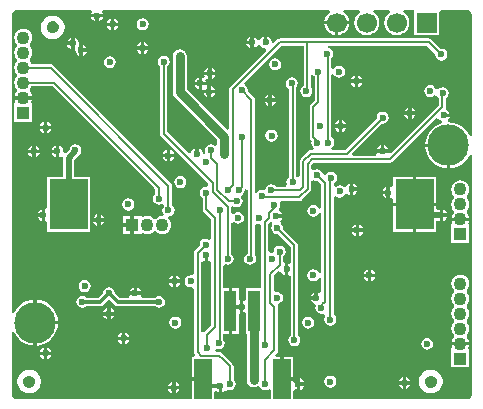
<source format=gbr>
%TF.GenerationSoftware,Altium Limited,Altium Designer,20.1.14 (287)*%
G04 Layer_Physical_Order=4*
G04 Layer_Color=16711680*
%FSLAX45Y45*%
%MOMM*%
%TF.SameCoordinates,D919A4BC-3EF6-4BA5-801F-EB9C9E4D33F9*%
%TF.FilePolarity,Positive*%
%TF.FileFunction,Copper,L4,Bot,Signal*%
%TF.Part,Single*%
G01*
G75*
%TA.AperFunction,Conductor*%
%ADD10C,0.20000*%
%ADD40C,0.30000*%
%ADD41C,0.50000*%
%ADD43C,0.75000*%
%TA.AperFunction,ComponentPad*%
%ADD45C,3.50000*%
%ADD46R,1.10000X1.10000*%
%ADD47C,1.10000*%
%ADD48C,1.70000*%
%ADD49R,1.70000X1.70000*%
%ADD50R,1.10000X1.10000*%
%TA.AperFunction,ViaPad*%
%ADD51C,0.60000*%
%TA.AperFunction,SMDPad,CuDef*%
%ADD57R,3.20000X4.20000*%
%ADD58R,1.50000X3.40000*%
%ADD59R,1.00000X3.50000*%
G36*
X725922Y3349022D02*
X726577Y3348330D01*
X734781Y3329022D01*
X727901Y3318725D01*
X727004Y3314216D01*
X822996D01*
X822099Y3318725D01*
X815219Y3329022D01*
X823423Y3348330D01*
X824078Y3349022D01*
X2743164Y3349021D01*
X2747679Y3339243D01*
X2748652Y3329022D01*
X2729484Y3314313D01*
X2712654Y3292379D01*
X2702074Y3266837D01*
X2700440Y3254427D01*
X2804371D01*
X2908302D01*
X2906668Y3266837D01*
X2896088Y3292379D01*
X2879258Y3314313D01*
X2860090Y3329022D01*
X2861063Y3339244D01*
X2865577Y3349021D01*
X2997164D01*
X3001679Y3339244D01*
X3002652Y3329022D01*
X2983484Y3314313D01*
X2966654Y3292379D01*
X2956074Y3266837D01*
X2952465Y3239427D01*
X2956074Y3212016D01*
X2966654Y3186474D01*
X2983484Y3164540D01*
X3005418Y3147709D01*
X3030960Y3137129D01*
X3058371Y3133521D01*
X3085781Y3137129D01*
X3111324Y3147709D01*
X3133258Y3164540D01*
X3150088Y3186474D01*
X3160668Y3212016D01*
X3164277Y3239427D01*
X3160668Y3266837D01*
X3150088Y3292379D01*
X3133258Y3314313D01*
X3114090Y3329022D01*
X3115063Y3339244D01*
X3119577Y3349021D01*
X3251164D01*
X3255678Y3339244D01*
X3256652Y3329022D01*
X3237484Y3314313D01*
X3220654Y3292379D01*
X3210074Y3266837D01*
X3206465Y3239427D01*
X3210074Y3212016D01*
X3220654Y3186474D01*
X3237484Y3164540D01*
X3259418Y3147709D01*
X3284960Y3137129D01*
X3312371Y3133521D01*
X3339781Y3137129D01*
X3365324Y3147709D01*
X3387258Y3164540D01*
X3404088Y3186474D01*
X3414668Y3212016D01*
X3418277Y3239427D01*
X3414668Y3266837D01*
X3404088Y3292379D01*
X3387258Y3314313D01*
X3368090Y3329022D01*
X3369063Y3339244D01*
X3373577Y3349021D01*
X3443274D01*
X3461371Y3344426D01*
X3461371Y3329022D01*
Y3134427D01*
X3671371D01*
Y3329022D01*
X3689467Y3349021D01*
X3904829D01*
X3914297Y3347138D01*
X3923220Y3343442D01*
X3931250Y3338077D01*
X3938077Y3331250D01*
X3943442Y3323220D01*
X3947138Y3314298D01*
X3949022Y3304828D01*
Y3300000D01*
Y2282186D01*
X3944375Y2280326D01*
X3929022Y2278738D01*
X3912921Y2308860D01*
X3888553Y2338553D01*
X3858860Y2362921D01*
X3824984Y2381028D01*
X3788227Y2392178D01*
X3750000Y2395943D01*
X3743225Y2415373D01*
X3747960Y2418537D01*
X3759011Y2435076D01*
X3759908Y2439585D01*
X3711912D01*
Y2469585D01*
X3759908D01*
X3759011Y2474094D01*
X3747960Y2490633D01*
X3737889Y2497362D01*
X3730412Y2508905D01*
X3728488Y2522659D01*
X3729175Y2526113D01*
Y2599360D01*
X3736048Y2603952D01*
X3747099Y2620491D01*
X3750980Y2640000D01*
X3747099Y2659509D01*
X3736048Y2676048D01*
X3719509Y2687099D01*
X3700000Y2690980D01*
X3680491Y2687099D01*
X3663952Y2676048D01*
X3643272Y2680336D01*
X3632221Y2696874D01*
X3615682Y2707925D01*
X3596173Y2711806D01*
X3576664Y2707925D01*
X3560125Y2696874D01*
X3549074Y2680336D01*
X3545193Y2660827D01*
X3549074Y2641318D01*
X3560125Y2624779D01*
X3576664Y2613728D01*
X3596173Y2609847D01*
X3615682Y2613728D01*
X3632221Y2624779D01*
X3652901Y2620491D01*
X3663952Y2603952D01*
X3668000Y2601247D01*
Y2538783D01*
X3261011Y2131794D01*
X3249280Y2138065D01*
X3145875D01*
X3146606Y2134387D01*
X3146694Y2133423D01*
X3135526Y2114387D01*
X2942194D01*
X2934540Y2132865D01*
X3187430Y2385755D01*
X3193871Y2384474D01*
X3213380Y2388355D01*
X3229919Y2399406D01*
X3240970Y2415945D01*
X3244850Y2435454D01*
X3240970Y2454963D01*
X3229919Y2471502D01*
X3213380Y2482553D01*
X3193871Y2486433D01*
X3174362Y2482553D01*
X3157823Y2471502D01*
X3146772Y2454963D01*
X3142891Y2435454D01*
X3144172Y2429013D01*
X2875747Y2160588D01*
X2763780D01*
X2757714Y2180588D01*
X2768912Y2188071D01*
X2779963Y2204610D01*
X2783844Y2224118D01*
X2779963Y2243627D01*
X2768912Y2260166D01*
X2756978Y2268140D01*
Y2796057D01*
X2775498Y2804680D01*
X2776978Y2804433D01*
X2787322Y2788952D01*
X2803861Y2777901D01*
X2823370Y2774020D01*
X2842879Y2777901D01*
X2859418Y2788952D01*
X2870469Y2805491D01*
X2874350Y2825000D01*
X2870469Y2844509D01*
X2859418Y2861048D01*
X2842879Y2872099D01*
X2823370Y2875980D01*
X2803861Y2872099D01*
X2787322Y2861048D01*
X2776978Y2845567D01*
X2775498Y2845320D01*
X2756978Y2853943D01*
Y2936233D01*
X2761048Y2938952D01*
X2772099Y2955491D01*
X2775979Y2975000D01*
X2772099Y2994509D01*
X2761048Y3011048D01*
X2744509Y3022099D01*
X2728318Y3025320D01*
X2730287Y3045320D01*
X3571423D01*
X3640302Y2976441D01*
X3639020Y2970000D01*
X3642901Y2950491D01*
X3653952Y2933952D01*
X3670491Y2922901D01*
X3690000Y2919020D01*
X3709509Y2922901D01*
X3726048Y2933952D01*
X3737099Y2950491D01*
X3740980Y2970000D01*
X3737099Y2989509D01*
X3726048Y3006048D01*
X3709509Y3017099D01*
X3690000Y3020979D01*
X3683559Y3019698D01*
X3605722Y3097536D01*
X3595798Y3104167D01*
X3584093Y3106495D01*
X3584091Y3106495D01*
X2323637D01*
X2323635Y3106495D01*
X2311930Y3104167D01*
X2302007Y3097536D01*
X2273684Y3069213D01*
X2266073Y3070544D01*
X2253277Y3077091D01*
X2250284Y3092136D01*
X2239233Y3108675D01*
X2222694Y3119726D01*
X2218185Y3120622D01*
Y3072627D01*
X2188185D01*
Y3120622D01*
X2183676Y3119726D01*
X2167137Y3108675D01*
X2156086Y3092136D01*
X2155881Y3091104D01*
X2135490D01*
X2135284Y3092136D01*
X2124233Y3108675D01*
X2107694Y3119726D01*
X2103185Y3120622D01*
Y3072627D01*
Y3024631D01*
X2107694Y3025528D01*
X2124233Y3036579D01*
X2135284Y3053118D01*
X2135490Y3054149D01*
X2155881D01*
X2156086Y3053118D01*
X2167137Y3036579D01*
X2183676Y3025528D01*
X2198721Y3022535D01*
X2205268Y3009738D01*
X2206599Y3002128D01*
X1901265Y2696795D01*
X1894635Y2686871D01*
X1892306Y2675166D01*
X1892306Y2675165D01*
Y2341735D01*
X1873829Y2334082D01*
X1533627Y2674284D01*
Y2955126D01*
X1529164Y2977562D01*
X1516455Y2996582D01*
X1497435Y3009290D01*
X1475000Y3013753D01*
X1452565Y3009290D01*
X1433545Y2996582D01*
X1420836Y2977562D01*
X1416374Y2955126D01*
Y2650000D01*
X1420836Y2627565D01*
X1433545Y2608545D01*
X1792764Y2249325D01*
Y2207029D01*
X1785036Y2201952D01*
X1772764Y2198242D01*
X1759509Y2207099D01*
X1740000Y2210980D01*
X1720491Y2207099D01*
X1703952Y2196048D01*
X1692901Y2179509D01*
X1689020Y2160000D01*
X1692901Y2140491D01*
X1685108Y2123286D01*
X1681994Y2124957D01*
X1670348Y2134038D01*
X1667099Y2150374D01*
X1656048Y2166913D01*
X1639509Y2177964D01*
X1635000Y2178861D01*
Y2130865D01*
X1605000D01*
Y2178861D01*
X1600491Y2177964D01*
X1583952Y2166913D01*
X1572901Y2150374D01*
X1570795Y2139785D01*
X1549871Y2132425D01*
X1370588Y2311708D01*
Y2870304D01*
X1376048Y2873952D01*
X1387099Y2890491D01*
X1390980Y2910000D01*
X1387099Y2929509D01*
X1376048Y2946048D01*
X1359509Y2957099D01*
X1340000Y2960980D01*
X1320491Y2957099D01*
X1303952Y2946048D01*
X1292901Y2929509D01*
X1289021Y2910000D01*
X1292901Y2890491D01*
X1303952Y2873952D01*
X1309412Y2870304D01*
Y2299039D01*
X1309412Y2299038D01*
X1311741Y2287333D01*
X1318371Y2277409D01*
X1564428Y2031353D01*
X1564505Y2030967D01*
X1571135Y2021044D01*
X1713172Y1879007D01*
X1712060Y1865036D01*
X1694752Y1850238D01*
X1675243Y1846357D01*
X1658704Y1835306D01*
X1647653Y1818767D01*
X1643773Y1799258D01*
X1647653Y1779749D01*
X1658704Y1763210D01*
X1669412Y1756055D01*
Y1660001D01*
X1669412Y1660000D01*
X1671741Y1648295D01*
X1678371Y1638371D01*
X1742819Y1573923D01*
Y1412467D01*
X1722819Y1402229D01*
X1714623Y1407706D01*
X1695114Y1411586D01*
X1675605Y1407706D01*
X1659066Y1396655D01*
X1648015Y1380116D01*
X1644134Y1360607D01*
X1646007Y1351191D01*
X1606572Y1311756D01*
X1599941Y1301832D01*
X1597613Y1290127D01*
X1597613Y1290125D01*
Y1112237D01*
X1577613Y1098968D01*
X1567500Y1100980D01*
X1547991Y1097099D01*
X1531452Y1086048D01*
X1520401Y1069509D01*
X1516520Y1050000D01*
X1520401Y1030491D01*
X1531452Y1013952D01*
X1547991Y1002901D01*
X1567500Y999020D01*
X1577613Y1001032D01*
X1597613Y987763D01*
Y451802D01*
X1597613Y451801D01*
X1599941Y440095D01*
X1605835Y431274D01*
X1603961Y422436D01*
X1599338Y411275D01*
X1577500D01*
Y236275D01*
X1672500D01*
Y206275D01*
X1577500D01*
Y50978D01*
X95172D01*
X85701Y52862D01*
X76780Y56557D01*
X68750Y61923D01*
X61923Y68750D01*
X56557Y76780D01*
X52862Y85701D01*
X50978Y95172D01*
Y617815D01*
X55627Y619675D01*
X70978Y621262D01*
X87079Y591140D01*
X111447Y561447D01*
X141140Y537079D01*
X175016Y518972D01*
X211773Y507822D01*
X235000Y505534D01*
Y700000D01*
Y894466D01*
X211773Y892179D01*
X175016Y881028D01*
X141140Y862921D01*
X111447Y838553D01*
X87079Y808860D01*
X70978Y778738D01*
X55627Y780325D01*
X50978Y782186D01*
Y3300000D01*
Y3304828D01*
X52862Y3314298D01*
X56557Y3323220D01*
X61923Y3331250D01*
X68750Y3338077D01*
X76780Y3343442D01*
X85702Y3347138D01*
X95172Y3349022D01*
X100001D01*
X725922D01*
D02*
G37*
G36*
X3670533Y2426516D02*
X3675864Y2418537D01*
X3692403Y2407486D01*
X3692968Y2407374D01*
X3693979Y2386781D01*
X3675016Y2381028D01*
X3641140Y2362921D01*
X3611447Y2338553D01*
X3587079Y2308860D01*
X3568972Y2274984D01*
X3557822Y2238227D01*
X3555534Y2215000D01*
X3750000D01*
Y2200000D01*
X3765000D01*
Y2005534D01*
X3788227Y2007821D01*
X3824984Y2018972D01*
X3858860Y2037079D01*
X3888553Y2061447D01*
X3912921Y2091140D01*
X3929022Y2121262D01*
X3944375Y2119674D01*
X3949022Y2117814D01*
X3949022Y100000D01*
Y95171D01*
X3947138Y85702D01*
X3943442Y76780D01*
X3938077Y68750D01*
X3931250Y61923D01*
X3923220Y56557D01*
X3914299Y52862D01*
X3904828Y50978D01*
X2437500D01*
Y124210D01*
X2457500Y134900D01*
X2460491Y132901D01*
X2465000Y132004D01*
Y180000D01*
Y227996D01*
X2460491Y227099D01*
X2457500Y225100D01*
X2437500Y235790D01*
Y411275D01*
X2357500D01*
Y221275D01*
X2327500D01*
Y411275D01*
X2293164D01*
X2285510Y429752D01*
X2299129Y443371D01*
X2305759Y453294D01*
X2308088Y465000D01*
X2308088Y465001D01*
Y832500D01*
X2306607Y839943D01*
X2309635Y850211D01*
X2317578Y862517D01*
X2319509Y862901D01*
X2336048Y873952D01*
X2347099Y890491D01*
X2350980Y910000D01*
X2347099Y929509D01*
X2336048Y946048D01*
X2319509Y957099D01*
X2300000Y960980D01*
X2290588Y959107D01*
X2270588Y972705D01*
Y1095111D01*
X2311419Y1135943D01*
X2332669Y1130546D01*
X2333438Y1129678D01*
X2343947Y1113950D01*
X2360486Y1102899D01*
X2364995Y1102002D01*
Y1149998D01*
Y1202904D01*
X2350583Y1212702D01*
Y1260301D01*
X2356043Y1263949D01*
X2367094Y1280488D01*
X2370975Y1299997D01*
X2367094Y1319506D01*
X2356043Y1336045D01*
X2339504Y1347096D01*
X2319995Y1350977D01*
X2300486Y1347096D01*
X2283947Y1336045D01*
X2272896Y1319506D01*
X2270659Y1308257D01*
X2255000Y1290980D01*
X2245588Y1289107D01*
X2225588Y1302705D01*
Y1538752D01*
X2239990Y1553155D01*
X2243539Y1555587D01*
X2251951Y1551346D01*
X2253102Y1549879D01*
X2258053Y1527219D01*
X2252901Y1519509D01*
X2249020Y1500000D01*
X2252901Y1480491D01*
X2263952Y1463952D01*
X2280491Y1452901D01*
X2300000Y1449020D01*
X2306441Y1450302D01*
X2415468Y1341274D01*
Y1208653D01*
X2395468Y1197900D01*
X2394995Y1197994D01*
Y1149998D01*
Y1102002D01*
X2395468Y1102096D01*
X2415468Y1091342D01*
Y592044D01*
X2410008Y588396D01*
X2398957Y571857D01*
X2395076Y552348D01*
X2398957Y532839D01*
X2410008Y516300D01*
X2426547Y505249D01*
X2446056Y501368D01*
X2465565Y505249D01*
X2482104Y516300D01*
X2493155Y532839D01*
X2497035Y552348D01*
X2493155Y571857D01*
X2482104Y588396D01*
X2476644Y592044D01*
Y1353944D01*
X2474315Y1365650D01*
X2467685Y1375573D01*
X2467684Y1375574D01*
X2349698Y1493559D01*
X2350980Y1500000D01*
X2347099Y1519509D01*
X2336048Y1536048D01*
X2329054Y1540722D01*
X2328205Y1564209D01*
X2328504Y1564408D01*
X2339555Y1580947D01*
X2340452Y1585456D01*
X2292456D01*
Y1615456D01*
X2340452D01*
X2339555Y1619965D01*
X2328504Y1636504D01*
X2322418Y1640571D01*
X2314657Y1655606D01*
X2318039Y1665719D01*
X2324237Y1674995D01*
X2328118Y1694504D01*
X2325152Y1709412D01*
X2336170Y1729412D01*
X2487143D01*
X2487144Y1729412D01*
X2498849Y1731741D01*
X2508773Y1738371D01*
X2581628Y1811227D01*
X2581629Y1811227D01*
X2588259Y1821151D01*
X2590588Y1832856D01*
X2590588Y1832857D01*
Y1898307D01*
X2610588Y1907733D01*
X2619764Y1901601D01*
X2639273Y1897721D01*
X2646717Y1899201D01*
X2674634Y1871285D01*
Y1667263D01*
X2654690Y1665009D01*
X2643639Y1681548D01*
X2627100Y1692599D01*
X2607591Y1696480D01*
X2588082Y1692599D01*
X2571543Y1681548D01*
X2560492Y1665009D01*
X2556612Y1645500D01*
X2560492Y1625991D01*
X2571543Y1609452D01*
X2588082Y1598401D01*
X2607591Y1594521D01*
X2627100Y1598401D01*
X2643639Y1609452D01*
X2654690Y1625991D01*
X2674634Y1623738D01*
Y1121303D01*
X2654634Y1119333D01*
X2654599Y1119509D01*
X2643548Y1136048D01*
X2627009Y1147099D01*
X2607500Y1150980D01*
X2587991Y1147099D01*
X2571452Y1136048D01*
X2560401Y1119509D01*
X2556520Y1100000D01*
X2560401Y1080491D01*
X2571452Y1063952D01*
X2587991Y1052901D01*
X2607500Y1049021D01*
X2627009Y1052901D01*
X2643548Y1063952D01*
X2654599Y1080491D01*
X2654634Y1080667D01*
X2674634Y1078697D01*
Y964365D01*
X2654634Y953674D01*
X2649509Y957099D01*
X2645000Y957996D01*
Y910000D01*
X2630000D01*
Y895000D01*
X2582004D01*
X2582901Y890491D01*
X2593952Y873952D01*
X2610491Y862901D01*
X2615474Y861910D01*
X2627768Y844695D01*
X2627153Y840747D01*
X2624020Y825000D01*
X2627901Y805491D01*
X2638952Y788952D01*
X2655491Y777901D01*
X2675000Y774020D01*
X2687247Y776456D01*
X2704898Y765883D01*
X2707690Y762654D01*
X2708871Y753444D01*
X2702901Y744509D01*
X2699021Y725000D01*
X2702901Y705491D01*
X2713952Y688952D01*
X2730491Y677901D01*
X2750000Y674020D01*
X2769509Y677901D01*
X2786048Y688952D01*
X2797099Y705491D01*
X2800980Y725000D01*
X2797099Y744509D01*
X2786048Y761048D01*
X2780588Y764696D01*
Y1760652D01*
X2780643Y1760707D01*
X2800588Y1769511D01*
X2810485Y1762897D01*
X2829994Y1759017D01*
X2849503Y1762897D01*
X2866042Y1773948D01*
X2874653Y1786836D01*
X2885656Y1790893D01*
X2897679Y1791462D01*
X2910491Y1782901D01*
X2915000Y1782004D01*
Y1830000D01*
Y1877996D01*
X2910491Y1877099D01*
X2893952Y1866048D01*
X2885341Y1853161D01*
X2874339Y1849104D01*
X2862315Y1848535D01*
X2849503Y1857095D01*
X2829994Y1860976D01*
X2810485Y1857095D01*
X2800588Y1850482D01*
X2780643Y1859286D01*
X2780588Y1859341D01*
Y1882312D01*
X2792522Y1890286D01*
X2803573Y1906825D01*
X2807453Y1926334D01*
X2803573Y1945843D01*
X2792522Y1962382D01*
X2775983Y1973433D01*
X2756474Y1977314D01*
X2736965Y1973433D01*
X2720426Y1962382D01*
X2711578Y1949140D01*
X2709026Y1948365D01*
X2688375Y1958139D01*
X2686372Y1968209D01*
X2675321Y1984748D01*
X2658782Y1995799D01*
X2639273Y1999680D01*
X2619764Y1995799D01*
X2610588Y1989668D01*
X2590588Y1999093D01*
Y2033630D01*
X2610170Y2053212D01*
X3256273D01*
X3256275Y2053212D01*
X3267980Y2055540D01*
X3277904Y2062171D01*
X3646776Y2431043D01*
X3670533Y2426516D01*
D02*
G37*
G36*
X2525203Y2705175D02*
X2511544Y2696048D01*
X2500493Y2679509D01*
X2496612Y2660000D01*
X2500493Y2640491D01*
X2511544Y2623952D01*
X2528083Y2612901D01*
X2547592Y2609020D01*
X2567101Y2612901D01*
X2583639Y2623952D01*
X2594691Y2640491D01*
X2598571Y2660000D01*
X2594691Y2679509D01*
X2586378Y2691949D01*
Y2794220D01*
X2606378Y2800287D01*
X2613952Y2788952D01*
X2619412Y2785304D01*
Y2581279D01*
X2584762Y2546629D01*
X2578131Y2536705D01*
X2575803Y2525000D01*
X2575803Y2524999D01*
Y2268611D01*
X2575803Y2268609D01*
X2578131Y2256904D01*
X2584762Y2246981D01*
X2591570Y2240172D01*
X2588294Y2223700D01*
X2592174Y2204191D01*
X2603225Y2187652D01*
X2613798Y2180588D01*
X2607731Y2160588D01*
X2583700D01*
X2571995Y2158259D01*
X2562072Y2151629D01*
X2562071Y2151628D01*
X2498371Y2087929D01*
X2491741Y2078005D01*
X2489412Y2066300D01*
X2489412Y2066298D01*
Y1940171D01*
X2469412Y1930575D01*
X2460583Y1937659D01*
Y2688641D01*
X2461048Y2688952D01*
X2472099Y2705491D01*
X2475980Y2725000D01*
X2472099Y2744509D01*
X2461048Y2761048D01*
X2444509Y2772099D01*
X2425000Y2775979D01*
X2405491Y2772099D01*
X2388952Y2761048D01*
X2377901Y2744509D01*
X2374020Y2725000D01*
X2377901Y2705491D01*
X2388952Y2688952D01*
X2399407Y2681966D01*
Y1929693D01*
X2393947Y1926044D01*
X2382896Y1909505D01*
X2379016Y1889996D01*
X2382896Y1870487D01*
X2372139Y1850588D01*
X2289696D01*
X2286048Y1856048D01*
X2269509Y1867099D01*
X2250000Y1870979D01*
X2230491Y1867099D01*
X2213952Y1856048D01*
X2202901Y1839509D01*
X2199960Y1824723D01*
X2195133Y1822724D01*
X2175624Y1826604D01*
X2156115Y1822724D01*
X2139576Y1811673D01*
X2130588Y1798221D01*
X2117173Y1799193D01*
X2110588Y1801548D01*
Y2585332D01*
X2110588Y2585333D01*
X2108259Y2597039D01*
X2101629Y2606962D01*
X2101628Y2606963D01*
X2049698Y2658893D01*
X2050980Y2665333D01*
X2047099Y2684842D01*
X2036048Y2701381D01*
X2026818Y2707548D01*
X2021802Y2730816D01*
X2336305Y3045320D01*
X2525203D01*
Y2705175D01*
D02*
G37*
G36*
X2049412Y1822793D02*
Y1286378D01*
X2033952Y1276048D01*
X2022901Y1259509D01*
X2019020Y1240000D01*
X2022901Y1220491D01*
X2033952Y1203952D01*
X2050491Y1192901D01*
X2070000Y1189020D01*
X2089509Y1192901D01*
X2106048Y1203952D01*
X2117099Y1220491D01*
X2120980Y1240000D01*
X2117099Y1259509D01*
X2110473Y1269425D01*
X2110588Y1270000D01*
X2110588Y1270001D01*
Y1526911D01*
X2130588Y1538162D01*
X2145000Y1535295D01*
X2148952Y1536081D01*
X2164412Y1523393D01*
Y991275D01*
X2037500D01*
Y895328D01*
X2021166Y884404D01*
X2017500Y883695D01*
X2015000Y884193D01*
Y836197D01*
Y788201D01*
X2017500Y788698D01*
X2021166Y787990D01*
X2037500Y777065D01*
Y601275D01*
X2041374D01*
Y210000D01*
X2045836Y187565D01*
X2058545Y168545D01*
X2077565Y155836D01*
X2100000Y151374D01*
X2122435Y155836D01*
X2132145Y162324D01*
X2150479Y160705D01*
X2155913Y155983D01*
X2163952Y143952D01*
X2180491Y132901D01*
X2200000Y129020D01*
X2219509Y132901D01*
X2227500Y138241D01*
X2247500Y127833D01*
Y50978D01*
X1767500D01*
Y112722D01*
X1774523Y117516D01*
X1787500Y121582D01*
X1800491Y112901D01*
X1805000Y112004D01*
Y160000D01*
X1835000D01*
Y112004D01*
X1839509Y112901D01*
X1856048Y123952D01*
X1856615Y124801D01*
X1880491Y132901D01*
X1900000Y129020D01*
X1919509Y132901D01*
X1936048Y143952D01*
X1947099Y160491D01*
X1950980Y180000D01*
X1947099Y199509D01*
X1936048Y216048D01*
X1930588Y219696D01*
Y329999D01*
X1930588Y330000D01*
X1928259Y341705D01*
X1921629Y351629D01*
X1921628Y351629D01*
X1863580Y409678D01*
X1863579Y409679D01*
X1830354Y442904D01*
X1820430Y449534D01*
X1808725Y451863D01*
X1808724Y451862D01*
X1783237D01*
X1771727Y467965D01*
X1785285Y476280D01*
X1804794Y472399D01*
X1824303Y476280D01*
X1840842Y487331D01*
X1851893Y503870D01*
X1855774Y523379D01*
X1851893Y542888D01*
X1845106Y553045D01*
X1845514Y555095D01*
Y601275D01*
X1889300D01*
Y796275D01*
Y991275D01*
X1845514D01*
Y1180685D01*
X1865514Y1191902D01*
X1880000Y1189020D01*
X1899509Y1192901D01*
X1916048Y1203952D01*
X1927099Y1220491D01*
X1930980Y1240000D01*
X1927099Y1259509D01*
X1916048Y1276048D01*
X1910588Y1279696D01*
Y1546545D01*
X1930588Y1552612D01*
X1932182Y1550227D01*
X1948721Y1539175D01*
X1968229Y1535295D01*
X1987738Y1539175D01*
X2004277Y1550227D01*
X2015328Y1566765D01*
X2019209Y1586274D01*
X2015328Y1605783D01*
X2004277Y1622322D01*
X1987738Y1633373D01*
X1968229Y1637254D01*
X1948721Y1633373D01*
X1932182Y1622322D01*
X1930588Y1619937D01*
X1910588Y1626004D01*
Y1675459D01*
X1921025Y1683722D01*
X1929629Y1686790D01*
X1937897Y1681266D01*
X1957406Y1677385D01*
X1976915Y1681266D01*
X1993453Y1692317D01*
X2004504Y1708856D01*
X2008385Y1728365D01*
X2004504Y1747874D01*
X1997649Y1758134D01*
X1995828Y1769598D01*
X2001888Y1782831D01*
X2011048Y1788952D01*
X2022099Y1805491D01*
X2025980Y1825000D01*
X2029412Y1829523D01*
X2049412Y1822793D01*
D02*
G37*
G36*
X1715000Y1222004D02*
X1719509Y1222901D01*
X1722819Y1225113D01*
X1742819Y1214423D01*
Y675093D01*
X1684155Y616429D01*
X1662140Y619416D01*
X1658788Y621862D01*
Y1213348D01*
X1678788Y1224038D01*
X1680491Y1222901D01*
X1685000Y1222004D01*
Y1270000D01*
X1715000D01*
Y1222004D01*
D02*
G37*
%LPC*%
G36*
X822996Y3284216D02*
X790000D01*
Y3251220D01*
X794509Y3252117D01*
X811048Y3263168D01*
X822099Y3279707D01*
X822996Y3284216D01*
D02*
G37*
G36*
X760000D02*
X727004D01*
X727901Y3279707D01*
X738952Y3263168D01*
X755491Y3252117D01*
X760000Y3251220D01*
Y3284216D01*
D02*
G37*
G36*
X922500Y3272996D02*
Y3240000D01*
X955496D01*
X954599Y3244509D01*
X943548Y3261048D01*
X927009Y3272099D01*
X922500Y3272996D01*
D02*
G37*
G36*
X892500D02*
X887991Y3272099D01*
X871452Y3261048D01*
X860401Y3244509D01*
X859504Y3240000D01*
X892500D01*
Y3272996D01*
D02*
G37*
G36*
X955496Y3210000D02*
X922500D01*
Y3177004D01*
X927009Y3177901D01*
X943548Y3188952D01*
X954599Y3205491D01*
X955496Y3210000D01*
D02*
G37*
G36*
X892500D02*
X859504D01*
X860401Y3205491D01*
X871452Y3188952D01*
X887991Y3177901D01*
X892500Y3177004D01*
Y3210000D01*
D02*
G37*
G36*
X1161895Y3275980D02*
X1142386Y3272099D01*
X1125847Y3261048D01*
X1114796Y3244509D01*
X1110915Y3225000D01*
X1114796Y3205491D01*
X1125847Y3188952D01*
X1142386Y3177901D01*
X1161895Y3174021D01*
X1181404Y3177901D01*
X1197943Y3188952D01*
X1208994Y3205491D01*
X1212875Y3225000D01*
X1208994Y3244509D01*
X1197943Y3261048D01*
X1181404Y3272099D01*
X1161895Y3275980D01*
D02*
G37*
G36*
X2908302Y3224427D02*
X2819371D01*
Y3135496D01*
X2831781Y3137129D01*
X2857324Y3147709D01*
X2879258Y3164540D01*
X2896088Y3186474D01*
X2906668Y3212016D01*
X2908302Y3224427D01*
D02*
G37*
G36*
X2789371D02*
X2700440D01*
X2702074Y3212016D01*
X2712654Y3186474D01*
X2729484Y3164540D01*
X2751418Y3147709D01*
X2776960Y3137129D01*
X2789371Y3135495D01*
Y3224427D01*
D02*
G37*
G36*
X409849Y3300000D02*
X390151D01*
X370831Y3296157D01*
X352632Y3288619D01*
X336254Y3277675D01*
X322325Y3263746D01*
X311381Y3247368D01*
X303843Y3229169D01*
X300000Y3209849D01*
Y3190151D01*
X303843Y3170831D01*
X311381Y3152632D01*
X322325Y3136254D01*
X336254Y3122325D01*
X352632Y3111381D01*
X370831Y3103843D01*
X390151Y3100000D01*
X409849D01*
X429169Y3103843D01*
X447368Y3111381D01*
X463746Y3122325D01*
X477675Y3136254D01*
X488619Y3152632D01*
X496157Y3170831D01*
X500000Y3190151D01*
Y3209849D01*
X496157Y3229169D01*
X488619Y3247368D01*
X477675Y3263746D01*
X463746Y3277675D01*
X447368Y3288619D01*
X429169Y3296157D01*
X409849Y3300000D01*
D02*
G37*
G36*
X2073185Y3120622D02*
X2068676Y3119726D01*
X2052137Y3108675D01*
X2041086Y3092136D01*
X2040189Y3087627D01*
X2073185D01*
Y3120622D01*
D02*
G37*
G36*
X555000Y3112996D02*
X550491Y3112099D01*
X533952Y3101048D01*
X522901Y3084509D01*
X522004Y3080000D01*
X555000D01*
Y3112996D01*
D02*
G37*
G36*
X1176895Y3072996D02*
Y3040000D01*
X1209891D01*
X1208994Y3044509D01*
X1197943Y3061048D01*
X1181404Y3072099D01*
X1176895Y3072996D01*
D02*
G37*
G36*
X1146895D02*
X1142386Y3072099D01*
X1125847Y3061048D01*
X1114796Y3044509D01*
X1113899Y3040000D01*
X1146895D01*
Y3072996D01*
D02*
G37*
G36*
X2073185Y3057627D02*
X2040189D01*
X2041086Y3053118D01*
X2052137Y3036579D01*
X2068676Y3025528D01*
X2073185Y3024631D01*
Y3057627D01*
D02*
G37*
G36*
X655000Y3054548D02*
Y3021552D01*
X687996D01*
X687099Y3026061D01*
X676048Y3042600D01*
X659509Y3053651D01*
X655000Y3054548D01*
D02*
G37*
G36*
X555000Y3050000D02*
X522004D01*
X522901Y3045491D01*
X533952Y3028952D01*
X550491Y3017901D01*
X555000Y3017004D01*
Y3050000D01*
D02*
G37*
G36*
X1209891Y3010000D02*
X1176895D01*
Y2977004D01*
X1181404Y2977901D01*
X1197943Y2988952D01*
X1208994Y3005491D01*
X1209891Y3010000D01*
D02*
G37*
G36*
X1146895D02*
X1113899D01*
X1114796Y3005491D01*
X1125847Y2988952D01*
X1142386Y2977901D01*
X1146895Y2977004D01*
Y3010000D01*
D02*
G37*
G36*
X687996Y2991552D02*
X655000D01*
Y2958556D01*
X659509Y2959453D01*
X676048Y2970504D01*
X687099Y2987043D01*
X687996Y2991552D01*
D02*
G37*
G36*
X585000Y3112996D02*
Y3065000D01*
Y3008146D01*
X589020Y3006552D01*
X592901Y2987043D01*
X603952Y2970504D01*
X620491Y2959453D01*
X625000Y2958556D01*
Y3006552D01*
Y3063407D01*
X620979Y3065000D01*
X617099Y3084509D01*
X606048Y3101048D01*
X589509Y3112099D01*
X585000Y3112996D01*
D02*
G37*
G36*
X884216Y2955981D02*
X864707Y2952100D01*
X848168Y2941049D01*
X837117Y2924510D01*
X833236Y2905001D01*
X837117Y2885492D01*
X848168Y2868953D01*
X864707Y2857902D01*
X884216Y2854021D01*
X903725Y2857902D01*
X920264Y2868953D01*
X931315Y2885492D01*
X935195Y2905001D01*
X931315Y2924510D01*
X920264Y2941049D01*
X903725Y2952100D01*
X884216Y2955981D01*
D02*
G37*
G36*
X1745000Y2857996D02*
Y2825000D01*
X1777996D01*
X1777099Y2829509D01*
X1766048Y2846048D01*
X1749509Y2857099D01*
X1745000Y2857996D01*
D02*
G37*
G36*
X1715000D02*
X1710491Y2857099D01*
X1693952Y2846048D01*
X1682901Y2829509D01*
X1682004Y2825000D01*
X1715000D01*
Y2857996D01*
D02*
G37*
G36*
Y2795000D02*
X1682004D01*
X1682901Y2790491D01*
X1686869Y2784553D01*
X1672449Y2770134D01*
X1669509Y2772099D01*
X1665000Y2772996D01*
Y2740000D01*
X1697996D01*
X1697099Y2744509D01*
X1693131Y2750446D01*
X1707551Y2764866D01*
X1710491Y2762901D01*
X1715000Y2762004D01*
Y2795000D01*
D02*
G37*
G36*
X1777996D02*
X1745000D01*
Y2762004D01*
X1749509Y2762901D01*
X1766048Y2773952D01*
X1777099Y2790491D01*
X1777996Y2795000D01*
D02*
G37*
G36*
X2987370Y2791322D02*
Y2758326D01*
X3020366D01*
X3019469Y2762835D01*
X3008418Y2779374D01*
X2991879Y2790425D01*
X2987370Y2791322D01*
D02*
G37*
G36*
X2957370D02*
X2952861Y2790425D01*
X2936322Y2779374D01*
X2925271Y2762835D01*
X2924374Y2758326D01*
X2957370D01*
Y2791322D01*
D02*
G37*
G36*
X1635000Y2772996D02*
X1630491Y2772099D01*
X1613952Y2761048D01*
X1602901Y2744509D01*
X1602004Y2740000D01*
X1635000D01*
Y2772996D01*
D02*
G37*
G36*
X3020366Y2728327D02*
X2987370D01*
Y2695331D01*
X2991879Y2696228D01*
X3008418Y2707279D01*
X3019469Y2723818D01*
X3020366Y2728327D01*
D02*
G37*
G36*
X2957370D02*
X2924374D01*
X2925271Y2723818D01*
X2936322Y2707279D01*
X2952861Y2696228D01*
X2957370Y2695331D01*
Y2728327D01*
D02*
G37*
G36*
X1635000Y2710000D02*
X1602004D01*
X1602901Y2705491D01*
X1613952Y2688952D01*
X1630491Y2677901D01*
X1635000Y2677004D01*
Y2710000D01*
D02*
G37*
G36*
X1740000Y2702996D02*
Y2670000D01*
X1772996D01*
X1772099Y2674509D01*
X1761048Y2691048D01*
X1744509Y2702099D01*
X1740000Y2702996D01*
D02*
G37*
G36*
X1710000Y2710000D02*
X1665000D01*
Y2670000D01*
X1710000D01*
Y2710000D01*
D02*
G37*
G36*
X1772996Y2640000D02*
X1740000D01*
Y2607004D01*
X1744509Y2607901D01*
X1761048Y2618952D01*
X1772099Y2635491D01*
X1772996Y2640000D01*
D02*
G37*
G36*
X1710000D02*
X1677004D01*
X1677901Y2635491D01*
X1688952Y2618952D01*
X1705491Y2607901D01*
X1710000Y2607004D01*
Y2640000D01*
D02*
G37*
G36*
X223672Y2588701D02*
X150000D01*
X76328D01*
X76931Y2584122D01*
X82076Y2571700D01*
X75000Y2551700D01*
X75000D01*
Y2401701D01*
X225000D01*
Y2551700D01*
X225000D01*
X217924Y2571700D01*
X223069Y2584122D01*
X223672Y2588701D01*
D02*
G37*
G36*
X3438871Y2523122D02*
Y2490126D01*
X3471867D01*
X3470970Y2494635D01*
X3459919Y2511174D01*
X3443380Y2522225D01*
X3438871Y2523122D01*
D02*
G37*
G36*
X3408871D02*
X3404362Y2522225D01*
X3387823Y2511174D01*
X3376772Y2494635D01*
X3375875Y2490126D01*
X3408871D01*
Y2523122D01*
D02*
G37*
G36*
X3471867Y2460126D02*
X3438871D01*
Y2427131D01*
X3443380Y2428027D01*
X3459919Y2439078D01*
X3470970Y2455617D01*
X3471867Y2460126D01*
D02*
G37*
G36*
X3408871D02*
X3375875D01*
X3376772Y2455617D01*
X3387823Y2439078D01*
X3404362Y2428027D01*
X3408871Y2427131D01*
Y2460126D01*
D02*
G37*
G36*
X2851721Y2412172D02*
Y2379177D01*
X2884717D01*
X2883820Y2383686D01*
X2872769Y2400225D01*
X2856230Y2411276D01*
X2851721Y2412172D01*
D02*
G37*
G36*
X2821721D02*
X2817212Y2411276D01*
X2800673Y2400225D01*
X2789622Y2383686D01*
X2788725Y2379177D01*
X2821721D01*
Y2412172D01*
D02*
G37*
G36*
X355000Y2397996D02*
Y2365000D01*
X387996D01*
X387099Y2369509D01*
X376048Y2386048D01*
X359509Y2397099D01*
X355000Y2397996D01*
D02*
G37*
G36*
X325000D02*
X320491Y2397099D01*
X303952Y2386048D01*
X292901Y2369509D01*
X292004Y2365000D01*
X325000D01*
Y2397996D01*
D02*
G37*
G36*
X2884717Y2349177D02*
X2851721D01*
Y2316181D01*
X2856230Y2317078D01*
X2872769Y2328129D01*
X2883820Y2344668D01*
X2884717Y2349177D01*
D02*
G37*
G36*
X2821721D02*
X2788725D01*
X2789622Y2344668D01*
X2800673Y2328129D01*
X2817212Y2317078D01*
X2821721Y2316181D01*
Y2349177D01*
D02*
G37*
G36*
X387996Y2335000D02*
X355000D01*
Y2302004D01*
X359509Y2302901D01*
X376048Y2313952D01*
X387099Y2330491D01*
X387996Y2335000D01*
D02*
G37*
G36*
X325000D02*
X292004D01*
X292901Y2330491D01*
X303952Y2313952D01*
X320491Y2302901D01*
X325000Y2302004D01*
Y2335000D01*
D02*
G37*
G36*
X3208871Y2201060D02*
Y2168064D01*
X3241867D01*
X3240970Y2172574D01*
X3229919Y2189112D01*
X3213380Y2200163D01*
X3208871Y2201060D01*
D02*
G37*
G36*
X3178871D02*
X3174362Y2200163D01*
X3157823Y2189112D01*
X3146772Y2172574D01*
X3145875Y2168064D01*
X3178871D01*
Y2201060D01*
D02*
G37*
G36*
X425000Y2197996D02*
X420491Y2197099D01*
X403952Y2186048D01*
X392901Y2169509D01*
X392004Y2165000D01*
X425000D01*
Y2197996D01*
D02*
G37*
G36*
X255000D02*
Y2165000D01*
X287996D01*
X287099Y2169509D01*
X276048Y2186048D01*
X259509Y2197099D01*
X255000Y2197996D01*
D02*
G37*
G36*
X225000D02*
X220491Y2197099D01*
X203952Y2186048D01*
X192901Y2169509D01*
X192004Y2165000D01*
X225000D01*
Y2197996D01*
D02*
G37*
G36*
X592500Y2208480D02*
X572991Y2204599D01*
X556452Y2193548D01*
X545401Y2177009D01*
X544471Y2172333D01*
X508698Y2136560D01*
X490266Y2146412D01*
X490980Y2150000D01*
X487099Y2169509D01*
X476048Y2186048D01*
X459509Y2197099D01*
X455000Y2197996D01*
Y2150000D01*
Y2102004D01*
X459509Y2102901D01*
X470226Y2110062D01*
X488476Y2099293D01*
X487989Y2096846D01*
Y1930000D01*
X353871D01*
Y1669722D01*
X334999Y1658866D01*
Y1609997D01*
Y1561127D01*
X353871Y1550272D01*
Y1470000D01*
X713871D01*
Y1930000D01*
X579752D01*
Y2077842D01*
X612922Y2111011D01*
X628548Y2121452D01*
X639599Y2137991D01*
X643480Y2157500D01*
X639599Y2177009D01*
X628548Y2193548D01*
X612009Y2204599D01*
X592500Y2208480D01*
D02*
G37*
G36*
X1395000Y2161795D02*
Y2128799D01*
X1427996D01*
X1427099Y2133308D01*
X1416048Y2149847D01*
X1399509Y2160898D01*
X1395000Y2161795D01*
D02*
G37*
G36*
X1365000D02*
X1360491Y2160898D01*
X1343952Y2149847D01*
X1332901Y2133308D01*
X1332004Y2128799D01*
X1365000D01*
Y2161795D01*
D02*
G37*
G36*
X425000Y2135000D02*
X392004D01*
X392901Y2130491D01*
X403952Y2113952D01*
X420491Y2102901D01*
X425000Y2102004D01*
Y2135000D01*
D02*
G37*
G36*
X287996D02*
X255000D01*
Y2102004D01*
X259509Y2102901D01*
X276048Y2113952D01*
X287099Y2130491D01*
X287996Y2135000D01*
D02*
G37*
G36*
X225000D02*
X192004D01*
X192901Y2130491D01*
X203952Y2113952D01*
X220491Y2102901D01*
X225000Y2102004D01*
Y2135000D01*
D02*
G37*
G36*
X1427996Y2098799D02*
X1395000D01*
Y2065804D01*
X1399509Y2066700D01*
X1416048Y2077751D01*
X1427099Y2094290D01*
X1427996Y2098799D01*
D02*
G37*
G36*
X1365000D02*
X1332004D01*
X1332901Y2094290D01*
X1343952Y2077751D01*
X1360491Y2066700D01*
X1365000Y2065804D01*
Y2098799D01*
D02*
G37*
G36*
X1480000Y1940980D02*
X1460491Y1937099D01*
X1443952Y1926048D01*
X1432901Y1909509D01*
X1429020Y1890000D01*
X1432901Y1870491D01*
X1443952Y1853952D01*
X1460491Y1842901D01*
X1480000Y1839020D01*
X1499509Y1842901D01*
X1516048Y1853952D01*
X1527099Y1870491D01*
X1530979Y1890000D01*
X1527099Y1909509D01*
X1516048Y1926048D01*
X1499509Y1937099D01*
X1480000Y1940980D01*
D02*
G37*
G36*
X1039641Y1750979D02*
X1020132Y1747099D01*
X1003593Y1736048D01*
X992542Y1719509D01*
X988661Y1700000D01*
X992542Y1680491D01*
X1003593Y1663952D01*
X1020132Y1652901D01*
X1039641Y1649020D01*
X1059150Y1652901D01*
X1075689Y1663952D01*
X1086740Y1680491D01*
X1090620Y1700000D01*
X1086740Y1719509D01*
X1075689Y1736048D01*
X1059150Y1747099D01*
X1039641Y1750979D01*
D02*
G37*
G36*
X304999Y1657993D02*
X300490Y1657096D01*
X283951Y1646045D01*
X272900Y1629506D01*
X272004Y1624997D01*
X304999D01*
Y1657993D01*
D02*
G37*
G36*
X150000Y3187348D02*
X130421Y3184770D01*
X112176Y3177213D01*
X96509Y3165191D01*
X84488Y3149524D01*
X76931Y3131279D01*
X74353Y3111701D01*
X76931Y3092122D01*
X84488Y3073877D01*
X96509Y3058210D01*
X96522Y3058201D01*
Y3038201D01*
X96509Y3038191D01*
X84488Y3022524D01*
X76931Y3004279D01*
X74353Y2984701D01*
X76931Y2965122D01*
X84488Y2946877D01*
X96509Y2931210D01*
X96522Y2931201D01*
Y2911201D01*
X96509Y2911191D01*
X84488Y2895524D01*
X76931Y2877279D01*
X74353Y2857701D01*
X76931Y2838122D01*
X84488Y2819877D01*
X96509Y2804210D01*
X96522Y2804201D01*
Y2784201D01*
X96509Y2784191D01*
X84488Y2768524D01*
X76931Y2750279D01*
X74353Y2730701D01*
X76931Y2711122D01*
X84488Y2692877D01*
X96509Y2677210D01*
X96522Y2677201D01*
Y2657201D01*
X96509Y2657191D01*
X84488Y2641524D01*
X76931Y2623279D01*
X76328Y2618701D01*
X150000D01*
X223672D01*
X223069Y2623279D01*
X215512Y2641524D01*
X203491Y2657191D01*
X203478Y2657201D01*
Y2677201D01*
X203491Y2677210D01*
X215512Y2692877D01*
X218509Y2700113D01*
X399938D01*
X1269412Y1830639D01*
Y1789696D01*
X1263952Y1786048D01*
X1252901Y1769509D01*
X1249020Y1750000D01*
X1252901Y1730491D01*
X1263952Y1713952D01*
X1280491Y1702901D01*
X1300000Y1699020D01*
X1319509Y1702901D01*
X1328150Y1701124D01*
X1340500Y1692873D01*
X1341527Y1682419D01*
X1332901Y1669509D01*
X1329020Y1650000D01*
X1332901Y1630491D01*
X1339622Y1620432D01*
X1329115Y1601643D01*
X1327000Y1601921D01*
X1307421Y1599344D01*
X1289176Y1591787D01*
X1273509Y1579765D01*
X1273500Y1579753D01*
X1253500D01*
X1253491Y1579765D01*
X1237824Y1591787D01*
X1219579Y1599344D01*
X1200000Y1601921D01*
X1180421Y1599344D01*
X1168000Y1594199D01*
X1147999Y1601274D01*
Y1601274D01*
X1088000D01*
Y1526274D01*
Y1451274D01*
X1147999D01*
Y1451274D01*
X1168000Y1458350D01*
X1180421Y1453205D01*
X1200000Y1450627D01*
X1219579Y1453205D01*
X1237824Y1460762D01*
X1253491Y1472784D01*
X1253500Y1472796D01*
X1273500D01*
X1273509Y1472784D01*
X1289176Y1460762D01*
X1307421Y1453205D01*
X1327000Y1450627D01*
X1346579Y1453205D01*
X1364824Y1460762D01*
X1380491Y1472784D01*
X1392512Y1488451D01*
X1400069Y1506695D01*
X1402647Y1526274D01*
X1400069Y1545853D01*
X1392512Y1564098D01*
X1380491Y1579765D01*
X1379959Y1580173D01*
X1379959Y1580283D01*
X1386551Y1600324D01*
X1399509Y1602901D01*
X1416048Y1613952D01*
X1427099Y1630491D01*
X1430980Y1650000D01*
X1427099Y1669509D01*
X1416048Y1686048D01*
X1410588Y1689696D01*
Y1860000D01*
X1408259Y1871705D01*
X1401629Y1881629D01*
X1401628Y1881629D01*
X403928Y2879330D01*
X394005Y2885960D01*
X382299Y2888289D01*
X382298Y2888288D01*
X218509D01*
X215512Y2895524D01*
X203491Y2911191D01*
X203478Y2911201D01*
Y2931201D01*
X203491Y2931210D01*
X215512Y2946877D01*
X223069Y2965122D01*
X225647Y2984701D01*
X223069Y3004279D01*
X215512Y3022524D01*
X203491Y3038191D01*
X203478Y3038201D01*
Y3058201D01*
X203491Y3058210D01*
X215512Y3073877D01*
X223069Y3092122D01*
X225647Y3111701D01*
X223069Y3131279D01*
X215512Y3149524D01*
X203491Y3165191D01*
X187824Y3177213D01*
X169579Y3184770D01*
X150000Y3187348D01*
D02*
G37*
G36*
X805000Y1617996D02*
Y1585000D01*
X837996D01*
X837099Y1589509D01*
X826048Y1606048D01*
X809509Y1617099D01*
X805000Y1617996D01*
D02*
G37*
G36*
X775000D02*
X770491Y1617099D01*
X753952Y1606048D01*
X742901Y1589509D01*
X742004Y1585000D01*
X775000D01*
Y1617996D01*
D02*
G37*
G36*
X304999Y1594997D02*
X272004D01*
X272900Y1590488D01*
X283951Y1573949D01*
X300490Y1562898D01*
X304999Y1562001D01*
Y1594997D01*
D02*
G37*
G36*
X1058000Y1601274D02*
X998000D01*
Y1541274D01*
X1058000D01*
Y1601274D01*
D02*
G37*
G36*
X837996Y1555000D02*
X805000D01*
Y1522004D01*
X809509Y1522901D01*
X826048Y1533952D01*
X837099Y1550491D01*
X837996Y1555000D01*
D02*
G37*
G36*
X775000D02*
X742004D01*
X742901Y1550491D01*
X753952Y1533952D01*
X770491Y1522901D01*
X775000Y1522004D01*
Y1555000D01*
D02*
G37*
G36*
X1058000Y1511274D02*
X998000D01*
Y1451274D01*
X1058000D01*
Y1511274D01*
D02*
G37*
G36*
X1447500Y1097996D02*
Y1065000D01*
X1480496D01*
X1479599Y1069509D01*
X1468548Y1086048D01*
X1452009Y1097099D01*
X1447500Y1097996D01*
D02*
G37*
G36*
X1417500D02*
X1412991Y1097099D01*
X1396452Y1086048D01*
X1385401Y1069509D01*
X1384504Y1065000D01*
X1417500D01*
Y1097996D01*
D02*
G37*
G36*
X1480496Y1035000D02*
X1447500D01*
Y1002004D01*
X1452009Y1002901D01*
X1468548Y1013952D01*
X1479599Y1030491D01*
X1480496Y1035000D01*
D02*
G37*
G36*
X1417500D02*
X1384504D01*
X1385401Y1030491D01*
X1396452Y1013952D01*
X1412991Y1002901D01*
X1417500Y1002004D01*
Y1035000D01*
D02*
G37*
G36*
X1115000Y997996D02*
Y965000D01*
X1147996D01*
X1147099Y969509D01*
X1136048Y986048D01*
X1119509Y997099D01*
X1115000Y997996D01*
D02*
G37*
G36*
X1085000D02*
X1080491Y997099D01*
X1063952Y986048D01*
X1052901Y969509D01*
X1052004Y965000D01*
X1085000D01*
Y997996D01*
D02*
G37*
G36*
X670000Y1060980D02*
X650491Y1057099D01*
X633952Y1046048D01*
X622901Y1029509D01*
X619020Y1010000D01*
X622901Y990491D01*
X633952Y973952D01*
X650491Y962901D01*
X670000Y959020D01*
X689509Y962901D01*
X706048Y973952D01*
X717099Y990491D01*
X720980Y1010000D01*
X717099Y1029509D01*
X706048Y1046048D01*
X689509Y1057099D01*
X670000Y1060980D01*
D02*
G37*
G36*
X875000Y1000979D02*
X855491Y997099D01*
X838952Y986048D01*
X827901Y969509D01*
X824020Y950000D01*
X824106Y949573D01*
X785219Y910686D01*
X686290D01*
X686048Y911048D01*
X669509Y922099D01*
X650000Y925980D01*
X630491Y922099D01*
X613952Y911048D01*
X602901Y894509D01*
X599020Y875000D01*
X602901Y855491D01*
X613952Y838952D01*
X630491Y827901D01*
X650000Y824020D01*
X669509Y827901D01*
X686048Y838952D01*
X686290Y839314D01*
X800000D01*
X813656Y842031D01*
X825234Y849766D01*
X874573Y899105D01*
X875000Y899020D01*
X875427Y899105D01*
X924766Y849766D01*
X936344Y842031D01*
X950000Y839314D01*
X1263710D01*
X1263952Y838952D01*
X1280491Y827901D01*
X1300000Y824020D01*
X1319509Y827901D01*
X1336048Y838952D01*
X1347099Y855491D01*
X1350980Y875000D01*
X1347099Y894509D01*
X1336048Y911048D01*
X1319509Y922099D01*
X1300000Y925980D01*
X1280491Y922099D01*
X1263952Y911048D01*
X1263710Y910686D01*
X1157919D01*
X1147099Y930491D01*
X1147996Y935000D01*
X1052004D01*
X1052901Y930491D01*
X1042080Y910686D01*
X964781D01*
X925895Y949573D01*
X925980Y950000D01*
X922099Y969509D01*
X911048Y986048D01*
X894509Y997099D01*
X875000Y1000979D01*
D02*
G37*
G36*
X890000Y822996D02*
Y790000D01*
X922996D01*
X922099Y794509D01*
X911048Y811048D01*
X894509Y822099D01*
X890000Y822996D01*
D02*
G37*
G36*
X860000D02*
X855491Y822099D01*
X838952Y811048D01*
X827901Y794509D01*
X827004Y790000D01*
X860000D01*
Y822996D01*
D02*
G37*
G36*
X922996Y760000D02*
X890000D01*
Y727004D01*
X894509Y727901D01*
X911048Y738952D01*
X922099Y755491D01*
X922996Y760000D01*
D02*
G37*
G36*
X860000D02*
X827004D01*
X827901Y755491D01*
X838952Y738952D01*
X855491Y727901D01*
X860000Y727004D01*
Y760000D01*
D02*
G37*
G36*
X265000Y894466D02*
Y715000D01*
X444466D01*
X442178Y738227D01*
X431028Y774984D01*
X412921Y808860D01*
X388553Y838553D01*
X358860Y862921D01*
X324984Y881028D01*
X288227Y892179D01*
X265000Y894466D01*
D02*
G37*
G36*
X1438500Y750979D02*
X1418991Y747099D01*
X1402452Y736048D01*
X1391401Y719509D01*
X1387520Y700000D01*
X1391401Y680491D01*
X1402452Y663952D01*
X1418991Y652901D01*
X1438500Y649020D01*
X1458009Y652901D01*
X1474548Y663952D01*
X1485599Y680491D01*
X1489480Y700000D01*
X1485599Y719509D01*
X1474548Y736048D01*
X1458009Y747099D01*
X1438500Y750979D01*
D02*
G37*
G36*
X1015000Y614196D02*
Y581200D01*
X1047996D01*
X1047099Y585709D01*
X1036048Y602248D01*
X1019509Y613299D01*
X1015000Y614196D01*
D02*
G37*
G36*
X985000D02*
X980491Y613299D01*
X963952Y602248D01*
X952901Y585709D01*
X952004Y581200D01*
X985000D01*
Y614196D01*
D02*
G37*
G36*
X1047996Y551200D02*
X1015000D01*
Y518204D01*
X1019509Y519101D01*
X1036048Y530152D01*
X1047099Y546691D01*
X1047996Y551200D01*
D02*
G37*
G36*
X985000D02*
X952004D01*
X952901Y546691D01*
X963952Y530152D01*
X980491Y519101D01*
X985000Y518204D01*
Y551200D01*
D02*
G37*
G36*
X444466Y685000D02*
X265000D01*
Y505534D01*
X288227Y507822D01*
X324984Y518972D01*
X358860Y537079D01*
X388553Y561447D01*
X412921Y591140D01*
X431028Y625016D01*
X442178Y661773D01*
X444466Y685000D01*
D02*
G37*
G36*
X355000Y487996D02*
Y455000D01*
X387996D01*
X387099Y459509D01*
X376048Y476048D01*
X359509Y487099D01*
X355000Y487996D01*
D02*
G37*
G36*
X325000D02*
X320491Y487099D01*
X303952Y476048D01*
X292901Y459509D01*
X292004Y455000D01*
X325000D01*
Y487996D01*
D02*
G37*
G36*
X387996Y425000D02*
X355000D01*
Y392004D01*
X359509Y392901D01*
X376048Y403952D01*
X387099Y420491D01*
X387996Y425000D01*
D02*
G37*
G36*
X325000D02*
X292004D01*
X292901Y420491D01*
X303952Y403952D01*
X320491Y392901D01*
X325000Y392004D01*
Y425000D01*
D02*
G37*
G36*
X1440000Y197996D02*
Y165000D01*
X1472996D01*
X1472099Y169509D01*
X1461048Y186048D01*
X1444509Y197099D01*
X1440000Y197996D01*
D02*
G37*
G36*
X1410000D02*
X1405491Y197099D01*
X1388952Y186048D01*
X1377901Y169509D01*
X1377004Y165000D01*
X1410000D01*
Y197996D01*
D02*
G37*
G36*
X1472996Y135000D02*
X1440000D01*
Y102004D01*
X1444509Y102901D01*
X1461048Y113952D01*
X1472099Y130491D01*
X1472996Y135000D01*
D02*
G37*
G36*
X1410000D02*
X1377004D01*
X1377901Y130491D01*
X1388952Y113952D01*
X1405491Y102901D01*
X1410000Y102004D01*
Y135000D01*
D02*
G37*
G36*
X209849Y300000D02*
X190151D01*
X170831Y296157D01*
X152632Y288619D01*
X136254Y277675D01*
X122325Y263746D01*
X111381Y247368D01*
X103843Y229169D01*
X100000Y209849D01*
Y190151D01*
X103843Y170831D01*
X111381Y152632D01*
X122325Y136254D01*
X136254Y122325D01*
X152632Y111381D01*
X170831Y103843D01*
X190151Y100000D01*
X209849D01*
X229169Y103843D01*
X247368Y111381D01*
X263746Y122325D01*
X277675Y136254D01*
X288619Y152632D01*
X296157Y170831D01*
X300000Y190151D01*
Y209849D01*
X296157Y229169D01*
X288619Y247368D01*
X277675Y263746D01*
X263746Y277675D01*
X247368Y288619D01*
X229169Y296157D01*
X209849Y300000D01*
D02*
G37*
%LPD*%
G36*
X428322Y3242388D02*
X442388Y3228322D01*
X450000Y3209945D01*
Y3200000D01*
Y3190054D01*
X442388Y3171677D01*
X428322Y3157612D01*
X409945Y3150000D01*
X390054D01*
X371677Y3157612D01*
X357612Y3171677D01*
X350000Y3190054D01*
Y3200000D01*
Y3209945D01*
X357612Y3228322D01*
X371677Y3242388D01*
X390054Y3250000D01*
X409945D01*
X428322Y3242388D01*
D02*
G37*
G36*
X228323Y242388D02*
X242388Y228323D01*
X250000Y209945D01*
Y200000D01*
Y190054D01*
X242388Y171677D01*
X228323Y157612D01*
X209945Y150000D01*
X190054D01*
X171677Y157612D01*
X157612Y171677D01*
X150000Y190054D01*
Y200000D01*
Y209945D01*
X157612Y228323D01*
X171677Y242388D01*
X190054Y250000D01*
X209945D01*
X228323Y242388D01*
D02*
G37*
%LPC*%
G36*
X3735000Y2185000D02*
X3555534D01*
X3557822Y2161773D01*
X3568972Y2125016D01*
X3587079Y2091140D01*
X3611447Y2061447D01*
X3641140Y2037079D01*
X3675016Y2018972D01*
X3711773Y2007821D01*
X3735000Y2005534D01*
Y2185000D01*
D02*
G37*
G36*
X2945000Y1877996D02*
Y1845000D01*
X2977996D01*
X2977099Y1849509D01*
X2966048Y1866048D01*
X2949509Y1877099D01*
X2945000Y1877996D01*
D02*
G37*
G36*
X3448871Y1930000D02*
X3283871D01*
Y1854875D01*
X3263871Y1844185D01*
X3259509Y1847099D01*
X3255000Y1847996D01*
Y1800000D01*
Y1752004D01*
X3259509Y1752901D01*
X3263871Y1755815D01*
X3283871Y1745125D01*
Y1715000D01*
X3448871D01*
Y1930000D01*
D02*
G37*
G36*
X3225000Y1847996D02*
X3220491Y1847099D01*
X3203952Y1836048D01*
X3192901Y1819509D01*
X3192004Y1815000D01*
X3225000D01*
Y1847996D01*
D02*
G37*
G36*
X2977996Y1815000D02*
X2945000D01*
Y1782004D01*
X2949509Y1782901D01*
X2966048Y1793952D01*
X2977099Y1810491D01*
X2977996Y1815000D01*
D02*
G37*
G36*
X3225000Y1785000D02*
X3192004D01*
X3192901Y1780491D01*
X3203952Y1763952D01*
X3220491Y1752901D01*
X3225000Y1752004D01*
Y1785000D01*
D02*
G37*
G36*
X3643871Y1930000D02*
X3478871D01*
Y1715000D01*
X3643871D01*
Y1930000D01*
D02*
G37*
G36*
X3705000Y1657996D02*
Y1625000D01*
X3737996D01*
X3737099Y1629509D01*
X3726048Y1646048D01*
X3709509Y1657099D01*
X3705000Y1657996D01*
D02*
G37*
G36*
X3850000Y1904472D02*
X3830421Y1901894D01*
X3812176Y1894337D01*
X3796509Y1882316D01*
X3784488Y1866648D01*
X3776930Y1848404D01*
X3774353Y1828825D01*
X3776930Y1809246D01*
X3784488Y1791001D01*
X3796509Y1775334D01*
X3796521Y1775325D01*
Y1755325D01*
X3796509Y1755316D01*
X3784488Y1739648D01*
X3776930Y1721404D01*
X3774353Y1701825D01*
X3776930Y1682246D01*
X3784488Y1664001D01*
X3796509Y1648334D01*
X3796521Y1648325D01*
Y1628325D01*
X3796509Y1628316D01*
X3784488Y1612648D01*
X3776930Y1594404D01*
X3776328Y1589825D01*
X3850000D01*
X3923672D01*
X3923069Y1594404D01*
X3915512Y1612648D01*
X3903491Y1628316D01*
X3903478Y1628325D01*
Y1648325D01*
X3903491Y1648334D01*
X3915512Y1664001D01*
X3923069Y1682246D01*
X3925647Y1701825D01*
X3923069Y1721404D01*
X3915512Y1739648D01*
X3903491Y1755316D01*
X3903478Y1755325D01*
Y1775325D01*
X3903491Y1775334D01*
X3915512Y1791001D01*
X3923069Y1809246D01*
X3925647Y1828825D01*
X3923069Y1848404D01*
X3915512Y1866648D01*
X3903491Y1882316D01*
X3887824Y1894337D01*
X3869579Y1901894D01*
X3850000Y1904472D01*
D02*
G37*
G36*
X3737996Y1595000D02*
X3705000D01*
Y1562004D01*
X3709509Y1562901D01*
X3726048Y1573952D01*
X3737099Y1590491D01*
X3737996Y1595000D01*
D02*
G37*
G36*
X3643871Y1685000D02*
X3478871D01*
Y1470000D01*
X3643871D01*
Y1556634D01*
X3663871Y1567325D01*
X3670491Y1562901D01*
X3675000Y1562004D01*
Y1610000D01*
Y1657996D01*
X3670491Y1657099D01*
X3663871Y1652676D01*
X3643871Y1663366D01*
Y1685000D01*
D02*
G37*
G36*
X3923672Y1559825D02*
X3850000D01*
X3776328D01*
X3776930Y1555246D01*
X3782075Y1542825D01*
X3775000Y1522824D01*
X3775000D01*
Y1372825D01*
X3925000D01*
Y1522824D01*
X3925000D01*
X3917924Y1542825D01*
X3923069Y1555246D01*
X3923672Y1559825D01*
D02*
G37*
G36*
X2995000Y1529996D02*
Y1497000D01*
X3027996D01*
X3027099Y1501509D01*
X3016048Y1518048D01*
X2999509Y1529099D01*
X2995000Y1529996D01*
D02*
G37*
G36*
X2965000D02*
X2960491Y1529099D01*
X2943952Y1518048D01*
X2932901Y1501509D01*
X2932004Y1497000D01*
X2965000D01*
Y1529996D01*
D02*
G37*
G36*
X3448871Y1685000D02*
X3283871D01*
Y1470000D01*
X3448871D01*
Y1685000D01*
D02*
G37*
G36*
X3027996Y1467000D02*
X2995000D01*
Y1434004D01*
X2999509Y1434901D01*
X3016048Y1445952D01*
X3027099Y1462491D01*
X3027996Y1467000D01*
D02*
G37*
G36*
X2965000D02*
X2932004D01*
X2932901Y1462491D01*
X2943952Y1445952D01*
X2960491Y1434901D01*
X2965000Y1434004D01*
Y1467000D01*
D02*
G37*
G36*
X3095000Y1147996D02*
Y1115000D01*
X3127996D01*
X3127099Y1119509D01*
X3116048Y1136048D01*
X3099509Y1147099D01*
X3095000Y1147996D01*
D02*
G37*
G36*
X3065000D02*
X3060491Y1147099D01*
X3043952Y1136048D01*
X3032901Y1119509D01*
X3032004Y1115000D01*
X3065000D01*
Y1147996D01*
D02*
G37*
G36*
X3127996Y1085000D02*
X3095000D01*
Y1052004D01*
X3099509Y1052901D01*
X3116048Y1063952D01*
X3127099Y1080491D01*
X3127996Y1085000D01*
D02*
G37*
G36*
X3065000D02*
X3032004D01*
X3032901Y1080491D01*
X3043952Y1063952D01*
X3060491Y1052901D01*
X3065000Y1052004D01*
Y1085000D01*
D02*
G37*
G36*
X2615000Y957996D02*
X2610491Y957099D01*
X2593952Y946048D01*
X2582901Y929509D01*
X2582004Y925000D01*
X2615000D01*
Y957996D01*
D02*
G37*
G36*
X2561771Y750979D02*
X2542262Y747099D01*
X2525723Y736048D01*
X2514672Y719509D01*
X2510791Y700000D01*
X2514672Y680491D01*
X2525723Y663952D01*
X2542262Y652901D01*
X2561771Y649020D01*
X2581280Y652901D01*
X2597819Y663952D01*
X2608870Y680491D01*
X2612750Y700000D01*
X2608870Y719509D01*
X2597819Y736048D01*
X2581280Y747099D01*
X2561771Y750979D01*
D02*
G37*
G36*
X3850000Y1106647D02*
X3830421Y1104069D01*
X3812177Y1096512D01*
X3796509Y1084491D01*
X3784488Y1068823D01*
X3776930Y1050579D01*
X3774353Y1031000D01*
X3776930Y1011421D01*
X3784488Y993177D01*
X3794003Y980776D01*
X3796521Y967900D01*
Y967100D01*
X3794003Y954224D01*
X3784488Y941823D01*
X3776930Y923579D01*
X3774353Y904000D01*
X3776930Y884421D01*
X3784488Y866177D01*
X3794003Y853776D01*
X3796521Y840900D01*
Y840100D01*
X3794003Y827224D01*
X3784488Y814823D01*
X3776930Y796579D01*
X3774353Y777000D01*
X3776930Y757421D01*
X3784488Y739177D01*
X3794003Y726776D01*
X3796521Y713900D01*
Y713100D01*
X3794003Y700224D01*
X3784488Y687823D01*
X3776930Y669579D01*
X3774353Y650000D01*
X3776930Y630421D01*
X3784488Y612177D01*
X3794003Y599776D01*
X3796521Y586900D01*
Y586100D01*
X3794003Y573224D01*
X3784488Y560823D01*
X3776930Y542579D01*
X3776328Y538000D01*
X3850000D01*
X3923672D01*
X3923069Y542579D01*
X3915512Y560823D01*
X3905997Y573224D01*
X3903478Y586100D01*
Y586900D01*
X3905997Y599776D01*
X3915512Y612177D01*
X3923069Y630421D01*
X3925647Y650000D01*
X3923069Y669579D01*
X3915512Y687823D01*
X3905997Y700224D01*
X3903478Y713100D01*
Y713900D01*
X3905997Y726776D01*
X3915512Y739177D01*
X3923069Y757421D01*
X3925647Y777000D01*
X3923069Y796579D01*
X3915512Y814823D01*
X3905997Y827224D01*
X3903478Y840100D01*
Y840900D01*
X3905997Y853776D01*
X3915512Y866177D01*
X3923069Y884421D01*
X3925647Y904000D01*
X3923069Y923579D01*
X3915512Y941823D01*
X3905997Y954224D01*
X3903478Y967100D01*
Y967900D01*
X3905997Y980776D01*
X3915512Y993177D01*
X3923069Y1011421D01*
X3925647Y1031000D01*
X3923069Y1050579D01*
X3915512Y1068823D01*
X3903491Y1084491D01*
X3887823Y1096512D01*
X3869579Y1104069D01*
X3850000Y1106647D01*
D02*
G37*
G36*
X3923672Y508001D02*
X3850000D01*
X3776327D01*
X3776930Y503421D01*
X3782075Y491000D01*
X3775000Y471000D01*
X3775000D01*
Y321000D01*
X3925000D01*
Y471000D01*
X3925000D01*
X3917924Y491000D01*
X3923069Y503421D01*
X3923672Y508001D01*
D02*
G37*
G36*
X3570000Y570980D02*
X3550491Y567099D01*
X3533952Y556048D01*
X3522901Y539509D01*
X3519020Y520000D01*
X3522901Y500491D01*
X3533952Y483952D01*
X3550491Y472901D01*
X3570000Y469020D01*
X3589509Y472901D01*
X3606048Y483952D01*
X3617099Y500491D01*
X3620980Y520000D01*
X3617099Y539509D01*
X3606048Y556048D01*
X3589509Y567099D01*
X3570000Y570980D01*
D02*
G37*
G36*
X3395000Y237996D02*
Y205000D01*
X3427996D01*
X3427099Y209509D01*
X3416048Y226048D01*
X3399509Y237099D01*
X3395000Y237996D01*
D02*
G37*
G36*
X3365000D02*
X3360491Y237099D01*
X3343952Y226048D01*
X3332901Y209509D01*
X3332004Y205000D01*
X3365000D01*
Y237996D01*
D02*
G37*
G36*
X2495000Y227996D02*
Y195000D01*
X2527996D01*
X2527099Y199509D01*
X2516048Y216048D01*
X2499509Y227099D01*
X2495000Y227996D01*
D02*
G37*
G36*
X2750000Y250980D02*
X2730491Y247099D01*
X2713952Y236048D01*
X2702901Y219509D01*
X2699021Y200000D01*
X2702901Y180491D01*
X2713952Y163952D01*
X2730491Y152901D01*
X2750000Y149021D01*
X2769509Y152901D01*
X2786048Y163952D01*
X2797099Y180491D01*
X2800980Y200000D01*
X2797099Y219509D01*
X2786048Y236048D01*
X2769509Y247099D01*
X2750000Y250980D01*
D02*
G37*
G36*
X3427996Y175000D02*
X3395000D01*
Y142004D01*
X3399509Y142901D01*
X3416048Y153952D01*
X3427099Y170491D01*
X3427996Y175000D01*
D02*
G37*
G36*
X3365000D02*
X3332004D01*
X3332901Y170491D01*
X3343952Y153952D01*
X3360491Y142901D01*
X3365000Y142004D01*
Y175000D01*
D02*
G37*
G36*
X2527996Y165000D02*
X2495000D01*
Y132004D01*
X2499509Y132901D01*
X2516048Y143952D01*
X2527099Y160491D01*
X2527996Y165000D01*
D02*
G37*
G36*
X3609849Y300000D02*
X3590151D01*
X3570831Y296157D01*
X3552632Y288619D01*
X3536254Y277675D01*
X3522325Y263746D01*
X3511381Y247368D01*
X3503843Y229169D01*
X3500000Y209849D01*
Y190150D01*
X3503843Y170831D01*
X3511381Y152632D01*
X3522325Y136253D01*
X3536254Y122325D01*
X3552632Y111381D01*
X3570831Y103843D01*
X3590151Y100000D01*
X3609849D01*
X3629169Y103843D01*
X3647368Y111381D01*
X3663746Y122325D01*
X3677675Y136253D01*
X3688619Y152632D01*
X3696157Y170831D01*
X3700000Y190150D01*
Y209849D01*
X3696157Y229169D01*
X3688619Y247368D01*
X3677675Y263746D01*
X3663746Y277675D01*
X3647368Y288619D01*
X3629169Y296157D01*
X3609849Y300000D01*
D02*
G37*
%LPD*%
G36*
X3628322Y242388D02*
X3642388Y228322D01*
X3650000Y209945D01*
Y200000D01*
Y190054D01*
X3642388Y171677D01*
X3628322Y157612D01*
X3609945Y150000D01*
X3590054D01*
X3571677Y157612D01*
X3557612Y171677D01*
X3550000Y190054D01*
Y200000D01*
Y209945D01*
X3557612Y228322D01*
X3571677Y242388D01*
X3590054Y250000D01*
X3609945D01*
X3628322Y242388D01*
D02*
G37*
%LPC*%
G36*
X2283185Y2937606D02*
X2263676Y2933725D01*
X2247137Y2922674D01*
X2236086Y2906135D01*
X2232206Y2886626D01*
X2236086Y2867117D01*
X2247137Y2850578D01*
X2263676Y2839527D01*
X2283185Y2835647D01*
X2302694Y2839527D01*
X2319233Y2850578D01*
X2330284Y2867117D01*
X2334165Y2886626D01*
X2330284Y2906135D01*
X2319233Y2922674D01*
X2302694Y2933725D01*
X2283185Y2937606D01*
D02*
G37*
G36*
X2255000Y2633122D02*
Y2600126D01*
X2287996D01*
X2287099Y2604635D01*
X2276048Y2621174D01*
X2259509Y2632225D01*
X2255000Y2633122D01*
D02*
G37*
G36*
X2225000D02*
X2220491Y2632225D01*
X2203952Y2621174D01*
X2192901Y2604635D01*
X2192004Y2600126D01*
X2225000D01*
Y2633122D01*
D02*
G37*
G36*
X2287996Y2570126D02*
X2255000D01*
Y2537131D01*
X2259509Y2538027D01*
X2276048Y2549078D01*
X2287099Y2565617D01*
X2287996Y2570126D01*
D02*
G37*
G36*
X2225000D02*
X2192004D01*
X2192901Y2565617D01*
X2203952Y2549078D01*
X2220491Y2538027D01*
X2225000Y2537131D01*
Y2570126D01*
D02*
G37*
G36*
X2252251Y2333106D02*
X2232742Y2329225D01*
X2216203Y2318174D01*
X2205152Y2301635D01*
X2201271Y2282127D01*
X2205152Y2262618D01*
X2216203Y2246079D01*
X2232742Y2235028D01*
X2252251Y2231147D01*
X2271760Y2235028D01*
X2288299Y2246079D01*
X2299350Y2262618D01*
X2303230Y2282127D01*
X2299350Y2301635D01*
X2288299Y2318174D01*
X2271760Y2329225D01*
X2252251Y2333106D01*
D02*
G37*
G36*
X1974300Y991275D02*
X1919300D01*
Y796275D01*
Y601275D01*
X1974300D01*
Y771012D01*
X1985000Y779218D01*
Y836197D01*
Y893175D01*
X1974300Y901382D01*
Y991275D01*
D02*
G37*
%LPD*%
D10*
X2200000Y387500D02*
X2277500Y465000D01*
X2200000Y180000D02*
Y387500D01*
X2277500Y465000D02*
Y832500D01*
X1658727Y421275D02*
X1808725D01*
X1841951Y388049D02*
X1841951D01*
X1808725Y421275D02*
X1841951Y388049D01*
X1900000Y180000D02*
Y330000D01*
X1841951Y388049D02*
X1900000Y330000D01*
X1628201Y451801D02*
Y1290127D01*
Y451801D02*
X1658727Y421275D01*
X2275032Y1692398D02*
X2277138Y1694504D01*
X2275032Y1667885D02*
Y1692398D01*
X2195000Y516972D02*
Y1551422D01*
X2232456Y1625309D02*
X2275032Y1667885D01*
X2195000Y1551422D02*
X2232456Y1588878D01*
Y1625309D01*
X2682654Y854369D02*
X2705222Y876937D01*
X2650000Y1939176D02*
X2705222Y1883954D01*
Y876937D02*
Y1883954D01*
X2750000Y725000D02*
Y1925825D01*
X3256275Y2083800D02*
X3698588Y2526113D01*
Y2638588D01*
X2597500Y2083800D02*
X3256275D01*
X3698588Y2638588D02*
X3700000Y2640000D01*
X2606391Y2268609D02*
X2650000Y2225000D01*
X2606391Y2525000D02*
X2650000Y2568609D01*
X2606391Y2268609D02*
Y2525000D01*
X2726391Y2223609D02*
Y2973609D01*
X2725000Y2975000D02*
X2726391Y2973609D01*
X2650000Y2568609D02*
Y2825000D01*
X2555790Y2668199D02*
Y3075907D01*
X2547592Y2660000D02*
X2555790Y2668199D01*
X1922894Y2675166D02*
X2323635Y3075907D01*
X1922894Y1867747D02*
Y2675166D01*
X2000000Y1850000D02*
Y2270148D01*
X1975000Y1825000D02*
X2000000Y1850000D01*
X1740000Y2096835D02*
Y2160000D01*
X1794162Y1824222D02*
Y2042673D01*
X1740000Y2096835D02*
X1794162Y2042673D01*
X1881618Y1821618D02*
Y1826471D01*
X1922894Y1867747D01*
X1754162Y1807653D02*
Y1881274D01*
X1754752Y1805248D02*
Y1807063D01*
X1694752Y1799258D02*
X1700000Y1794011D01*
X1754752Y1805248D02*
X1880000Y1680000D01*
X1700000Y1660000D02*
Y1794011D01*
X1754162Y1807653D02*
X1754752Y1807063D01*
X1794162Y1824222D02*
X1890019Y1728365D01*
X1957406D01*
X1592764Y2042673D02*
X1754162Y1881274D01*
X1773407Y662423D02*
Y1586593D01*
X1705783Y594800D02*
X1773407Y662423D01*
X1700000Y1660000D02*
X1773407Y1586593D01*
X1814926Y555095D02*
Y1654802D01*
X1815000Y1654876D01*
X1812447Y552616D02*
X1814926Y555095D01*
X1804794Y523379D02*
X1812447Y531032D01*
Y552616D01*
X1628201Y1290127D02*
X1695114Y1357040D01*
Y1360607D01*
X1705783Y483915D02*
Y594800D01*
X2191248Y1760000D02*
X2487144D01*
X2175624Y1775625D02*
X2191248Y1760000D01*
X2429995Y1889996D02*
Y2720005D01*
X2425000Y2725000D02*
X2429995Y2720005D01*
X2250000Y1820000D02*
X2490245D01*
X2520000Y1849754D01*
Y2066300D01*
X2682654Y832653D02*
Y854369D01*
X2675000Y825000D02*
X2682654Y832653D01*
X2650000Y1939176D02*
Y1950000D01*
X2240000Y1107781D02*
X2319995Y1187777D01*
X2240000Y870000D02*
Y1107781D01*
Y870000D02*
X2277500Y832500D01*
X2319995Y1187777D02*
Y1299997D01*
X2195000Y516972D02*
X2200000Y511972D01*
X2077653Y1247654D02*
Y1267654D01*
X2070000Y1240000D02*
X2077653Y1247654D01*
X1880000Y1240000D02*
Y1680000D01*
X1380000Y1650000D02*
Y1860000D01*
X2446056Y552348D02*
Y1353944D01*
X2300000Y1500000D02*
X2446056Y1353944D01*
X412608Y2730701D02*
X1300000Y1843309D01*
Y1750000D02*
Y1843309D01*
X150000Y2730701D02*
X412608D01*
X382299Y2857701D02*
X1380000Y1860000D01*
X150000Y2857701D02*
X382299D01*
X1592764Y2042673D02*
Y2046274D01*
X1340000Y2299038D02*
Y2910000D01*
Y2299038D02*
X1592764Y2046274D01*
X2077653Y1267654D02*
X2080000Y1270000D01*
X2000000Y2665333D02*
X2080000Y2585333D01*
Y1270000D02*
Y2585333D01*
X2560000Y2046300D02*
X2597500Y2083800D01*
X2560000Y1832856D02*
Y2046300D01*
X2487144Y1760000D02*
X2560000Y1832856D01*
X2583700Y2130000D02*
X2888417D01*
X3193871Y2435454D01*
X2520000Y2066300D02*
X2583700Y2130000D01*
X2555790Y3075907D02*
X3584093D01*
X2323635D02*
X2555790D01*
X3584093D02*
X3690000Y2970000D01*
D40*
X2438726Y221275D02*
X2480000Y180000D01*
X2342500Y221275D02*
X2438726D01*
X1904300Y796275D02*
Y801197D01*
X1939300Y836197D01*
X2000000D01*
X1672500Y220000D02*
Y221275D01*
Y220000D02*
X1732500Y160000D01*
X1820000D01*
X950000Y875000D02*
X1300000D01*
X875000Y950000D02*
X950000Y875000D01*
X800000D02*
X875000Y950000D01*
X650000Y875000D02*
X800000D01*
D41*
X592500Y2155476D02*
Y2157500D01*
X3463871Y1700000D02*
X3553871Y1610000D01*
X533871Y2096846D02*
X592500Y2155476D01*
X533871Y1700000D02*
Y2096846D01*
X3553871Y1610000D02*
X3690000D01*
D43*
X1851391Y2129562D02*
Y2273609D01*
Y2129562D02*
X1853444Y2127509D01*
X1475000Y2650000D02*
Y2955126D01*
Y2650000D02*
X1851391Y2273609D01*
X2100000Y210000D02*
Y788775D01*
X2107500Y796275D01*
D45*
X3750000Y2200000D02*
D03*
X250000Y700000D02*
D03*
D46*
X150000Y2476701D02*
D03*
X3850000Y1447825D02*
D03*
Y396000D02*
D03*
D47*
X150000Y2603701D02*
D03*
Y2730701D02*
D03*
Y2857701D02*
D03*
Y2984701D02*
D03*
Y3111701D02*
D03*
X3850000Y1574825D02*
D03*
Y1701825D02*
D03*
Y1828825D02*
D03*
Y523000D02*
D03*
Y650000D02*
D03*
Y777000D02*
D03*
Y904000D02*
D03*
Y1031000D02*
D03*
X1327000Y1526274D02*
D03*
X1200000D02*
D03*
D48*
X3312371Y3239427D02*
D03*
X3058371D02*
D03*
X2804371D02*
D03*
D49*
X3566371D02*
D03*
D50*
X1073000Y1526274D02*
D03*
D51*
X3193871Y2153065D02*
D03*
X2829994Y1809996D02*
D03*
X2480000Y180000D02*
D03*
X3690000Y1610000D02*
D03*
X592500Y2157500D02*
D03*
X2145000Y1586274D02*
D03*
X2277138Y1694504D02*
D03*
X3711912Y2454585D02*
D03*
X2666391Y2364177D02*
D03*
X2547592Y2660000D02*
D03*
X2836721Y2364177D02*
D03*
X2000000Y2270148D02*
D03*
X1693784Y2058572D02*
D03*
X1853444Y2127509D02*
D03*
X1694752Y1799258D02*
D03*
X1881618Y1821618D02*
D03*
X1695114Y1360607D02*
D03*
X1700000Y1270000D02*
D03*
X1705783Y483915D02*
D03*
X1620000Y2130865D02*
D03*
X1740000Y2160000D02*
D03*
X1380000Y2113799D02*
D03*
X884216Y2905001D02*
D03*
X1161895Y3025000D02*
D03*
X2639273Y2223700D02*
D03*
X2756474Y1926334D02*
D03*
X2429995Y1889996D02*
D03*
X2175624Y1775625D02*
D03*
X2250000Y1820000D02*
D03*
X2607591Y1645500D02*
D03*
X2292456Y1600456D02*
D03*
X2980000Y1482000D02*
D03*
X2319995Y1299997D02*
D03*
X2379995Y1149998D02*
D03*
X2675000Y825000D02*
D03*
X1975000Y1825000D02*
D03*
X2750000Y725000D02*
D03*
X1300000Y1750000D02*
D03*
X1815000Y1654876D02*
D03*
X1968229Y1586274D02*
D03*
X2300000Y1500000D02*
D03*
X1880000Y1240000D02*
D03*
X1957406Y1728365D02*
D03*
X2255000Y1240000D02*
D03*
X1380000Y1650000D02*
D03*
X2070000Y1240000D02*
D03*
X1804794Y523379D02*
D03*
X319999Y1609997D02*
D03*
X2823370Y2825000D02*
D03*
X3596173Y2660827D02*
D03*
X1161895Y3225000D02*
D03*
X2283185Y2886626D02*
D03*
X2252251Y2282127D02*
D03*
X3570000Y520000D02*
D03*
X2607500Y1100000D02*
D03*
X2561771Y700000D02*
D03*
X2300000Y910000D02*
D03*
X2200000Y511972D02*
D03*
X1438500Y700000D02*
D03*
X1567500Y1050000D02*
D03*
X1039641Y1700000D02*
D03*
X775000Y3299216D02*
D03*
X640000Y3006552D02*
D03*
X570000Y3065000D02*
D03*
X907500Y3225000D02*
D03*
X1432500Y1050000D02*
D03*
X2203185Y3072627D02*
D03*
X2088185D02*
D03*
X2240000Y2585126D02*
D03*
X2972370Y2743326D02*
D03*
X3423871Y2475126D02*
D03*
X2930000Y1830000D02*
D03*
X3240000Y1800000D02*
D03*
X2000000Y836197D02*
D03*
X1820000Y160000D02*
D03*
X2630000Y910000D02*
D03*
X3080000Y1100000D02*
D03*
X3380000Y190000D02*
D03*
X340000Y440000D02*
D03*
X1000000Y566200D02*
D03*
X1340000Y2910000D02*
D03*
X1730000Y2810000D02*
D03*
X2000000Y2665333D02*
D03*
X1475000Y2955126D02*
D03*
X1650000Y2725000D02*
D03*
X1480000Y1890000D02*
D03*
X790000Y1570000D02*
D03*
X670000Y1010000D02*
D03*
X340000Y2350000D02*
D03*
X3700000Y2640000D02*
D03*
X3193871Y2435454D02*
D03*
X3690000Y2970000D02*
D03*
X2200000Y180000D02*
D03*
X2100000Y210000D02*
D03*
X1900000Y180000D02*
D03*
X2446056Y552348D02*
D03*
X2732864Y2224118D02*
D03*
X2650000Y2825000D02*
D03*
X2725000Y2975000D02*
D03*
X2639273Y1948700D02*
D03*
X2425000Y2725000D02*
D03*
X1725000Y2655000D02*
D03*
X240000Y2150000D02*
D03*
X440000D02*
D03*
X1425000Y150000D02*
D03*
X2750000Y200000D02*
D03*
X1300000Y875000D02*
D03*
X875000Y775000D02*
D03*
X1100000Y950000D02*
D03*
X650000Y875000D02*
D03*
X875000Y950000D02*
D03*
D57*
X533871Y1700000D02*
D03*
X3463871D02*
D03*
D58*
X2342500Y221275D02*
D03*
X1672500D02*
D03*
D59*
X1904300Y796275D02*
D03*
X2107500D02*
D03*
%TF.MD5,c71ae31d57bf6ab5fb755aa80dfbe2ae*%
M02*

</source>
